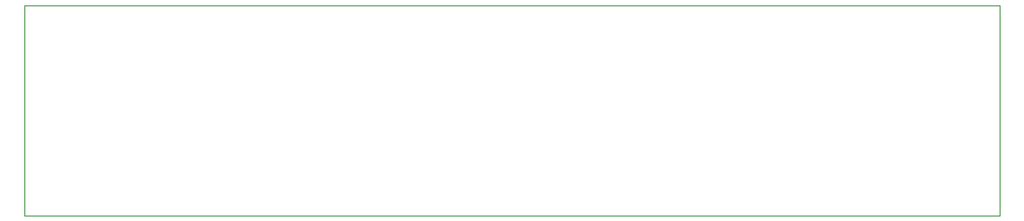
<source format=gbr>
G04 #@! TF.GenerationSoftware,KiCad,Pcbnew,8.0.2*
G04 #@! TF.CreationDate,2024-11-11T10:43:17+01:00*
G04 #@! TF.ProjectId,junior-interface-conn,6a756e69-6f72-42d6-996e-746572666163,rev?*
G04 #@! TF.SameCoordinates,Original*
G04 #@! TF.FileFunction,Profile,NP*
%FSLAX46Y46*%
G04 Gerber Fmt 4.6, Leading zero omitted, Abs format (unit mm)*
G04 Created by KiCad (PCBNEW 8.0.2) date 2024-11-11 10:43:17*
%MOMM*%
%LPD*%
G01*
G04 APERTURE LIST*
G04 #@! TA.AperFunction,Profile*
%ADD10C,0.050000*%
G04 #@! TD*
G04 APERTURE END LIST*
D10*
X91440000Y-58420000D02*
X91440000Y-78105000D01*
X182880000Y-58420000D02*
X91440000Y-58420000D01*
X182880000Y-78105000D02*
X182880000Y-58420000D01*
X91440000Y-78105000D02*
X182880000Y-78105000D01*
M02*

</source>
